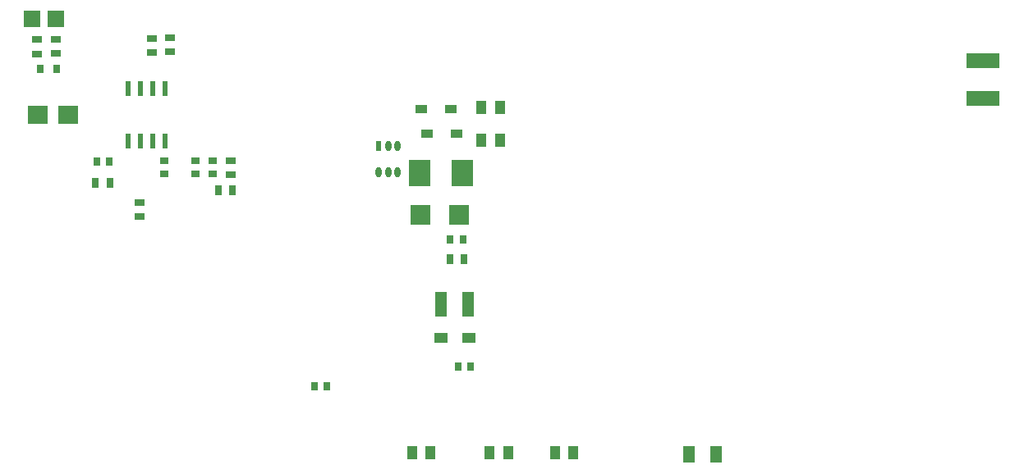
<source format=gbp>
G04 Layer_Color=128*
%FSLAX24Y24*%
%MOIN*%
G70*
G01*
G75*
%ADD11R,0.0394X0.0551*%
%ADD12R,0.1378X0.0630*%
%ADD64R,0.0787X0.0787*%
%ADD72R,0.0295X0.0394*%
%ADD73R,0.0846X0.0728*%
%ADD74R,0.0394X0.0295*%
%ADD75R,0.0276X0.0335*%
%ADD76R,0.0650X0.0650*%
%ADD77R,0.0374X0.0315*%
%ADD78R,0.0236X0.0610*%
%ADD79R,0.0850X0.1080*%
%ADD80O,0.0236X0.0413*%
%ADD81R,0.0236X0.0413*%
%ADD82R,0.0453X0.0689*%
%ADD83R,0.0315X0.0374*%
%ADD84R,0.0492X0.1043*%
%ADD85R,0.0532X0.0433*%
%ADD86R,0.0472X0.0335*%
D11*
X65008Y47250D02*
D03*
X64260D02*
D03*
X65008Y45920D02*
D03*
X64260D02*
D03*
X67992Y33248D02*
D03*
X67244D02*
D03*
X65335D02*
D03*
X64587D02*
D03*
X62185D02*
D03*
X61437D02*
D03*
D12*
X84624Y49181D02*
D03*
Y47646D02*
D03*
D64*
X61781Y42908D02*
D03*
X63356D02*
D03*
D72*
X49165Y44187D02*
D03*
X48594D02*
D03*
X53569Y43892D02*
D03*
X54139D02*
D03*
X63546Y41111D02*
D03*
X62975D02*
D03*
D73*
X46231Y46951D02*
D03*
X47491D02*
D03*
D74*
X50864Y49486D02*
D03*
Y50057D02*
D03*
X46219Y49446D02*
D03*
Y50017D02*
D03*
X46976Y50021D02*
D03*
Y49451D02*
D03*
X54093Y45102D02*
D03*
Y44531D02*
D03*
X50391Y43397D02*
D03*
Y42826D02*
D03*
X51613Y50105D02*
D03*
Y49534D02*
D03*
D75*
X46353Y48835D02*
D03*
X47022D02*
D03*
D76*
X46974Y50867D02*
D03*
X46029D02*
D03*
D77*
X53363Y45092D02*
D03*
Y44580D02*
D03*
X52652Y45092D02*
D03*
Y44580D02*
D03*
X51390Y45092D02*
D03*
Y44580D02*
D03*
D78*
X49902Y48046D02*
D03*
X50402D02*
D03*
X50902D02*
D03*
X51402D02*
D03*
X49902Y45900D02*
D03*
X50402D02*
D03*
X50902D02*
D03*
X51402D02*
D03*
D79*
X61737Y44597D02*
D03*
X63477D02*
D03*
D80*
X60843Y44644D02*
D03*
X60469D02*
D03*
X60095D02*
D03*
X60843Y45707D02*
D03*
X60469D02*
D03*
D81*
X60095D02*
D03*
D82*
X72667Y33169D02*
D03*
X73789D02*
D03*
D83*
X63298Y36739D02*
D03*
X63810D02*
D03*
X62986Y41901D02*
D03*
X63498D02*
D03*
X57481Y35929D02*
D03*
X57993D02*
D03*
X48643Y45077D02*
D03*
X49155D02*
D03*
D84*
X62609Y39276D02*
D03*
X63712D02*
D03*
D85*
X63741Y37884D02*
D03*
X62619D02*
D03*
D86*
X61820Y47195D02*
D03*
X63021D02*
D03*
X63252Y46184D02*
D03*
X62052D02*
D03*
M02*

</source>
